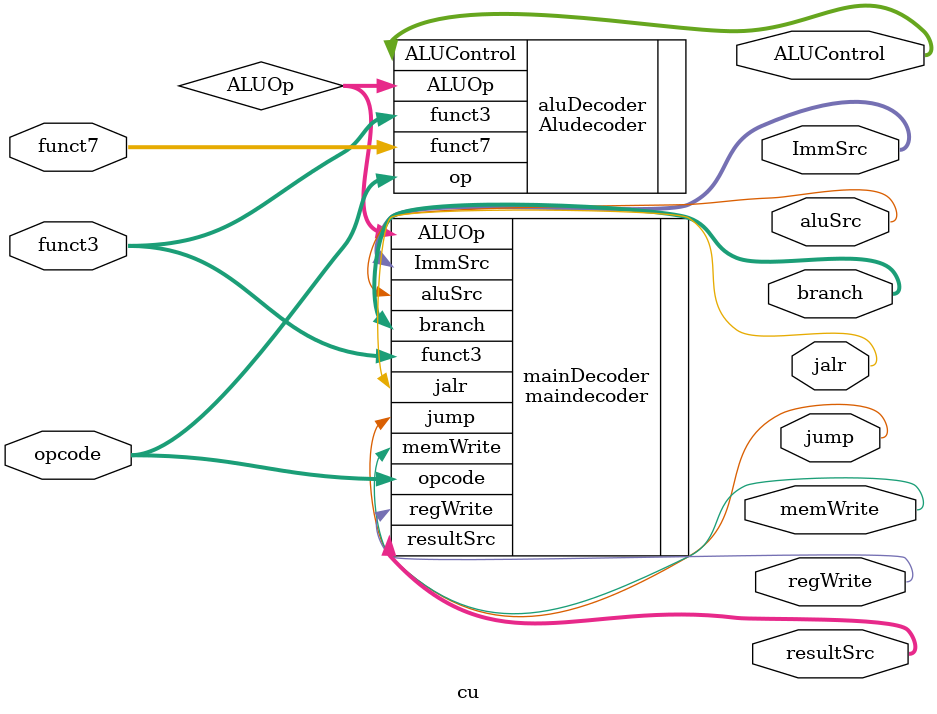
<source format=sv>
module cu (
    input logic [6:0] opcode,      // Opcode field
    input logic [2:0] funct3,      // funct3 field
    input logic[6:0] funct7,            // funct7 MSB
    output logic[1:0] resultSrc,        // Result source (memory or ALU or program_counter)
    output logic memWrite,         // Memory write enable
    output logic aluSrc,           // ALU source
    output logic regWrite,         // Register write enable
    output logic [2:0] ImmSrc,     // Immediate format
    output logic [3:0] ALUControl,  // ALU operation control signals
    output logic [3:0] branch,
    output logic jalr,
    output logic jump
);
    logic [1:0] ALUOp;             // ALU operation code


    // Instantiate Main Decoder
    maindecoder mainDecoder (
        .opcode(opcode),
        .funct3(funct3),
        .branch(branch),
        .memWrite(memWrite),
        .aluSrc(aluSrc),
        .regWrite(regWrite),
        .resultSrc(resultSrc),
        .ImmSrc(ImmSrc),
        .ALUOp(ALUOp),
        .jump(jump),
        .jalr(jalr)
    );

    // Instantiate ALU Decoder
    Aludecoder aluDecoder (
        .ALUOp(ALUOp),
        .funct3(funct3),
        .op(opcode),
        .funct7(funct7),
        .ALUControl(ALUControl)
    );

    // Combine Branch and Zero to determine PCSrc
endmodule

</source>
